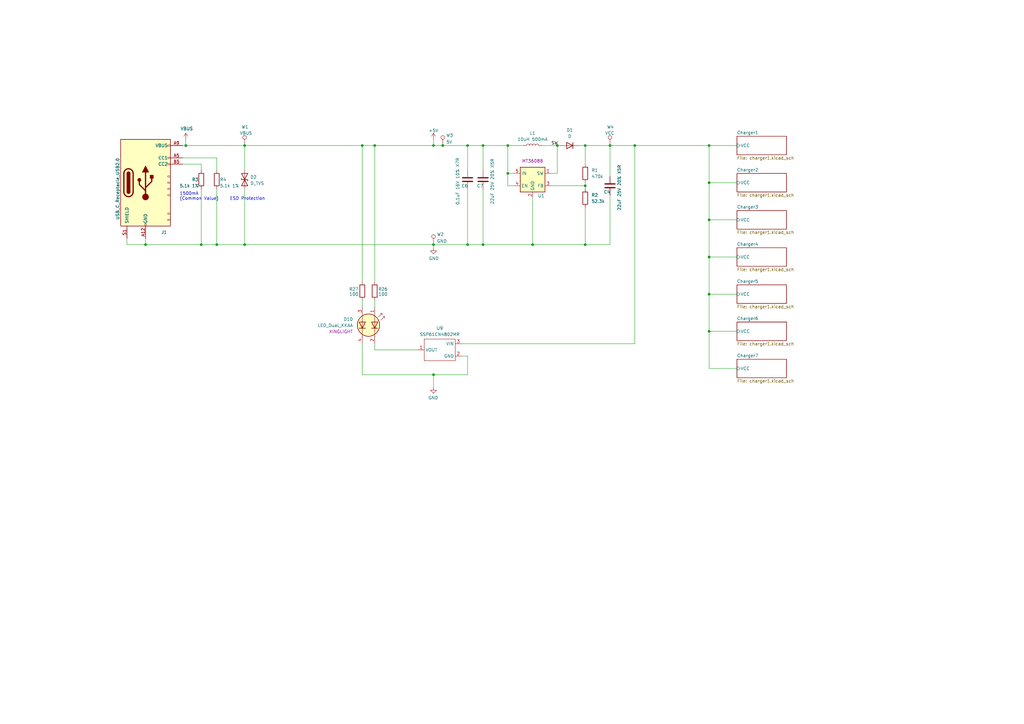
<source format=kicad_sch>
(kicad_sch (version 20250114) (generator "eeschema") (generator_version "9.0")
  (paper "A3")
  (lib_symbols
    (symbol "Device:C" (pin_numbers (hide yes)) (pin_names (offset 0.254))
      (property "Reference" "C" (at 0.635 2.54 0))
      (property "Value" "C" (at 0.635 -2.54 0))
      (symbol "C_0_1"
        (polyline (pts (xy -2.032 0.762) (xy 2.032 0.762)) (stroke (width 0.508)))
        (polyline (pts (xy -2.032 -0.762) (xy 2.032 -0.762)) (stroke (width 0.508)))
      )
      (symbol "C_1_1"
        (pin passive line (at 0 3.81 270) (length 2.794) (name "~") (number "1"))
        (pin passive line (at 0 -3.81 90) (length 2.794) (name "~") (number "2"))
      )
    )
    (symbol "Device:D" (pin_numbers (hide yes)) (pin_names (offset 1.016) (hide yes))
      (property "Reference" "D" (at 0 2.54 0))
      (property "Value" "D" (at 0 -2.54 0))
      (symbol "D_0_1"
        (polyline (pts (xy -1.27 1.27) (xy -1.27 -1.27)) (stroke (width 0.254)))
        (polyline (pts (xy 1.27 1.27) (xy 1.27 -1.27) (xy -1.27 0) (xy 1.27 1.27)) (stroke (width 0.254)))
        (polyline (pts (xy 1.27 0) (xy -1.27 0)))
      )
      (symbol "D_1_1"
        (pin passive line (at -3.81 0 0) (length 2.54) (name "K") (number "1"))
        (pin passive line (at 3.81 0 180) (length 2.54) (name "A") (number "2"))
      )
    )
    (symbol "Device:D_TVS" (pin_numbers (hide yes)) (pin_names (offset 1.016) (hide yes))
      (property "Reference" "D" (at 0 2.54 0))
      (property "Value" "D_TVS" (at 0 -2.54 0))
      (symbol "D_TVS_0_1"
        (polyline (pts (xy -2.54 1.27) (xy -2.54 -1.27) (xy 2.54 1.27) (xy 2.54 -1.27) (xy -2.54 1.27)) (stroke (width 0.254)))
        (polyline (pts (xy 0.508 1.27) (xy 0 1.27) (xy 0 -1.27) (xy -0.508 -1.27)) (stroke (width 0.254)))
        (polyline (pts (xy 1.27 0) (xy -1.27 0)))
      )
      (symbol "D_TVS_1_1"
        (pin passive line (at -3.81 0 0) (length 2.54) (name "A1") (number "1"))
        (pin passive line (at 3.81 0 180) (length 2.54) (name "A2") (number "2"))
      )
    )
    (symbol "Device:L" (pin_numbers (hide yes)) (pin_names (offset 1.016) (hide yes))
      (property "Reference" "L" (at -1.27 0 90))
      (property "Value" "L" (at 1.905 0 90))
      (symbol "L_0_1"
        (arc (start 0 2.54) (mid 0.6323 1.905) (end 0 1.27))
        (arc (start 0 1.27) (mid 0.6323 0.635) (end 0 0))
        (arc (start 0 0) (mid 0.6323 -0.635) (end 0 -1.27))
        (arc (start 0 -1.27) (mid 0.6323 -1.905) (end 0 -2.54))
      )
      (symbol "L_1_1"
        (pin passive line (at 0 3.81 270) (length 1.27) (name "1") (number "1"))
        (pin passive line (at 0 -3.81 90) (length 1.27) (name "2") (number "2"))
      )
    )
    (symbol "Device:R" (pin_numbers (hide yes)) (pin_names (offset 0))
      (property "Reference" "R" (at 2.032 0 90))
      (property "Value" "R" (at 0 0 90))
      (symbol "R_0_1"
        (rectangle (start -1.016 -2.54) (end 1.016 2.54) (stroke (width 0.254)))
      )
      (symbol "R_1_1"
        (pin passive line (at 0 3.81 270) (length 1.27) (name "~") (number "1"))
        (pin passive line (at 0 -3.81 90) (length 1.27) (name "~") (number "2"))
      )
    )
    (symbol "Pixels-dice:LED_Dual_KKAA" (pin_names (offset 0) (hide yes))
      (property "Reference" "D" (at 0 5.715 0))
      (property "Value" "LED_Dual_KKAA" (at 0 -6.35 0))
      (symbol "LED_Dual_KKAA_0_1"
        (polyline (pts (xy -5.08 2.54) (xy 2.032 2.54)))
        (polyline (pts (xy -5.08 -2.54) (xy 2.032 -2.54)))
        (polyline (pts (xy -1.27 3.81) (xy -1.27 1.27)) (stroke (width 0.254)))
        (polyline (pts (xy -1.27 -1.27) (xy -1.27 -3.81)) (stroke (width 0.254)))
        (circle (center 0 0) (radius 4.572) (stroke (width 0.254)) (fill (type background)))
        (polyline (pts (xy 1.27 3.81) (xy 1.27 1.27) (xy -1.27 2.54) (xy 1.27 3.81)) (stroke (width 0.254)))
        (polyline (pts (xy 1.27 -1.27) (xy 1.27 -3.81) (xy -1.27 -2.54) (xy 1.27 -1.27)) (stroke (width 0.254)))
        (polyline (pts (xy 2.032 5.08) (xy 3.556 6.604) (xy 2.794 6.604) (xy 3.556 6.604) (xy 3.556 5.842)))
        (polyline (pts (xy 3.302 4.064) (xy 4.826 5.588) (xy 4.064 5.588) (xy 4.826 5.588) (xy 4.826 4.826)))
        (polyline (pts (xy 3.81 2.54) (xy 1.905 2.54)))
        (polyline (pts (xy 3.81 -2.54) (xy 1.905 -2.54)))
      )
      (symbol "LED_Dual_KKAA_1_1"
        (pin input line (at -7.62 2.54 0) (length 3.048) (name "K1") (number "2"))
        (pin input line (at -7.62 -2.54 0) (length 3.048) (name "K2") (number "4"))
        (pin input line (at 7.62 2.54 180) (length 3.81) (name "A1") (number "1"))
        (pin input line (at 7.62 -2.54 180) (length 3.81) (name "A2") (number "3"))
      )
    )
    (symbol "Pixels-dice:SSP61CN4802MR"
      (property "Reference" "U" (at 0 -5.842 0))
      (property "Value" "SSP61CN4802MR" (at 0 0 0))
      (symbol "SSP61CN4802MR_0_1"
        (rectangle (start -6.35 4.445) (end 6.35 -4.445))
      )
      (symbol "SSP61CN4802MR_1_1"
        (pin power_in line (at -8.89 2.54 0) (length 2.54) (name "VIN") (number "3"))
        (pin power_in line (at -8.89 -2.54 0) (length 2.54) (name "GND") (number "2"))
        (pin output line (at 8.89 0 180) (length 2.54) (name "VOUT") (number "1"))
      )
    )
    (symbol "Pixels-dice:TEST_1P-conn" (pin_numbers (hide yes)) (pin_names (offset 0.762) (hide yes))
      (property "Reference" "W" (at 0 6.858 0))
      (property "Value" "TEST_1P-conn" (at 0 5.08 0))
      (symbol "TEST_1P-conn_0_1"
        (circle (center 0 3.302) (radius 0.762))
      )
      (symbol "TEST_1P-conn_1_1"
        (pin passive line (at 0 0 90) (length 2.54) (name "1") (number "1"))
      )
    )
    (symbol "Pixels-dice:USB_C_Receptacle_USB2.0" (pin_names (offset 1.016))
      (property "Reference" "J" (at -10.16 19.05 0))
      (property "Value" "USB_C_Receptacle_USB2.0" (at 19.05 19.05 0))
      (symbol "USB_C_Receptacle_USB2.0_0_0"
        (rectangle (start -0.254 -17.78) (end 0.254 -16.764))
        (rectangle (start 10.16 15.494) (end 9.144 14.986))
        (rectangle (start 10.16 10.414) (end 9.144 9.906))
        (rectangle (start 10.16 7.874) (end 9.144 7.366))
        (rectangle (start 10.16 2.794) (end 9.144 2.286))
        (rectangle (start 10.16 0.254) (end 9.144 -0.254))
        (rectangle (start 10.16 -2.286) (end 9.144 -2.794))
        (rectangle (start 10.16 -4.826) (end 9.144 -5.334))
        (rectangle (start 10.16 -12.446) (end 9.144 -12.954))
        (rectangle (start 10.16 -14.986) (end 9.144 -15.494))
      )
      (symbol "USB_C_Receptacle_USB2.0_0_1"
        (rectangle (start -10.16 17.78) (end 10.16 -17.78) (stroke (width 0.254)) (fill (type background)))
        (polyline (pts (xy -8.89 -3.81) (xy -8.89 3.81)) (stroke (width 0.508)))
        (rectangle (start -7.62 -3.81) (end -6.35 3.81) (stroke (width 0.254)) (fill (type outline)))
        (arc (start -7.62 3.81) (mid -6.985 4.4422) (end -6.35 3.81) (stroke (width 0.254)))
        (arc (start -7.62 3.81) (mid -6.985 4.4422) (end -6.35 3.81) (stroke (width 0.254)) (fill (type outline)))
        (arc (start -8.89 3.81) (mid -6.985 5.7066) (end -5.08 3.81) (stroke (width 0.508)))
        (arc (start -5.08 -3.81) (mid -6.985 -5.7066) (end -8.89 -3.81) (stroke (width 0.508)))
        (arc (start -6.35 -3.81) (mid -6.985 -4.4422) (end -7.62 -3.81) (stroke (width 0.254)))
        (arc (start -6.35 -3.81) (mid -6.985 -4.4422) (end -7.62 -3.81) (stroke (width 0.254)) (fill (type outline)))
        (polyline (pts (xy -5.08 3.81) (xy -5.08 -3.81)) (stroke (width 0.508)))
        (circle (center -2.54 1.143) (radius 0.635) (stroke (width 0.254)) (fill (type outline)))
        (polyline (pts (xy -1.27 4.318) (xy 0 6.858) (xy 1.27 4.318) (xy -1.27 4.318)) (stroke (width 0.254)) (fill (type outline)))
        (polyline (pts (xy 0 -2.032) (xy 2.54 0.508) (xy 2.54 1.778)) (stroke (width 0.508)))
        (polyline (pts (xy 0 -3.302) (xy -2.54 -0.762) (xy -2.54 0.508)) (stroke (width 0.508)))
        (polyline (pts (xy 0 -5.842) (xy 0 4.318)) (stroke (width 0.508)))
        (circle (center 0 -5.842) (radius 1.27) (fill (type outline)))
        (rectangle (start 1.905 1.778) (end 3.175 3.048) (stroke (width 0.254)) (fill (type outline)))
      )
      (symbol "USB_C_Receptacle_USB2.0_1_1"
        (pin passive line (at -7.62 -22.86 90) (length 5.08) (name "SHIELD") (number "S1"))
        (pin passive line (at 0 -22.86 90) (length 5.08) (name "GND") (number "A12"))
        (pin passive line (at 0 -22.86 90) (length 5.08) (hide yes) (name "GND") (number "B12"))
        (pin passive line (at 15.24 15.24 180) (length 5.08) (name "VBUS") (number "A9"))
        (pin passive line (at 15.24 15.24 180) (length 5.08) (hide yes) (name "VBUS") (number "B9"))
        (pin bidirectional line (at 15.24 10.16 180) (length 5.08) (name "CC1") (number "A5"))
        (pin bidirectional line (at 15.24 7.62 180) (length 5.08) (name "CC2") (number "B5"))
      )
    )
    (symbol "Regulator_Switching:MT3608"
      (property "Reference" "U" (at -2.54 8.89 0))
      (property "Value" "MT3608" (at -3.81 6.35 0))
      (symbol "MT3608_0_1"
        (rectangle (start -5.08 5.08) (end 5.08 -5.08) (stroke (width 0.254)) (fill (type background)))
      )
      (symbol "MT3608_1_1"
        (pin power_in line (at -7.62 2.54 0) (length 2.54) (name "IN") (number "5"))
        (pin input line (at -7.62 -2.54 0) (length 2.54) (name "EN") (number "4"))
        (pin power_in line (at 0 -7.62 90) (length 2.54) (name "GND") (number "2"))
        (pin no_connect line (at 5.08 0 180) (length 2.54) (hide yes) (name "NC") (number "6"))
        (pin passive line (at 7.62 2.54 180) (length 2.54) (name "SW") (number "1"))
        (pin input line (at 7.62 -2.54 180) (length 2.54) (name "FB") (number "3"))
      )
    )
    (symbol "power:+5V" (power) (pin_names (offset 0))
      (property "Value" "+5V" (at 0 3.556 0))
      (symbol "+5V_0_1"
        (polyline (pts (xy -0.762 1.27) (xy 0 2.54)))
        (polyline (pts (xy 0 2.54) (xy 0.762 1.27)))
        (polyline (pts (xy 0 0) (xy 0 2.54)))
      )
      (symbol "+5V_1_1"
        (pin power_in line (at 0 0 90) (length 0) (hide yes) (name "+5V") (number "1"))
      )
    )
    (symbol "power:GND" (power) (pin_names (offset 0))
      (property "Value" "GND" (at 0 -3.81 0))
      (symbol "GND_0_1"
        (polyline (pts (xy 0 0) (xy 0 -1.27) (xy 1.27 -1.27) (xy 0 -2.54) (xy -1.27 -1.27) (xy 0 -1.27)))
      )
      (symbol "GND_1_1"
        (pin power_in line (at 0 0 270) (length 0) (hide yes) (name "GND") (number "1"))
      )
    )
    (symbol "power:VBUS" (power) (pin_names (offset 0))
      (property "Value" "VBUS" (at 0 3.81 0))
      (symbol "VBUS_0_1"
        (polyline (pts (xy -0.762 1.27) (xy 0 2.54)))
        (polyline (pts (xy 0 2.54) (xy 0.762 1.27)))
        (polyline (pts (xy 0 0) (xy 0 2.54)))
      )
      (symbol "VBUS_1_1"
        (pin power_in line (at 0 0 90) (length 0) (hide yes) (name "VBUS") (number "1"))
      )
    )
  )
  (text "1500mA\n(Common Value)" (at 73.66 82.296 0) (effects (font (size 1.27 1.27)) (justify left bottom)))
  (text "ESD Protection" (at 94.234 82.296 0) (effects (font (size 1.27 1.27)) (justify left bottom)))
  (junction (at 290.83 59.69))
  (junction (at 100.33 59.69))
  (junction (at 177.8 153.67))
  (junction (at 290.83 135.89))
  (junction (at 82.55 100.33))
  (junction (at 88.9 100.33))
  (junction (at 290.83 74.93))
  (junction (at 228.6 59.69))
  (junction (at 260.35 59.69))
  (junction (at 290.83 90.17))
  (junction (at 240.03 59.69))
  (junction (at 290.83 105.41))
  (junction (at 153.67 59.69))
  (junction (at 148.59 59.69))
  (junction (at 240.03 100.33))
  (junction (at 181.61 59.69))
  (junction (at 100.33 100.33))
  (junction (at 76.2 59.69))
  (junction (at 208.28 71.12))
  (junction (at 290.83 120.65))
  (junction (at 208.28 59.69))
  (junction (at 177.8 59.69))
  (junction (at 198.12 100.33))
  (junction (at 191.77 100.33))
  (junction (at 240.03 76.2))
  (junction (at 218.44 100.33))
  (junction (at 191.77 59.69))
  (junction (at 198.12 59.69))
  (junction (at 177.8 100.33))
  (junction (at 250.19 59.69))
  (junction (at 59.69 100.33))
  (wire (pts (xy 88.9 100.33) (xy 100.33 100.33)))
  (wire (pts (xy 191.77 77.47) (xy 191.77 100.33)))
  (wire (pts (xy 226.06 71.12) (xy 228.6 71.12)))
  (wire (pts (xy 228.6 59.69) (xy 229.87 59.69)))
  (wire (pts (xy 260.35 59.69) (xy 260.35 140.97)))
  (wire (pts (xy 208.28 59.69) (xy 208.28 71.12)))
  (wire (pts (xy 153.67 143.51) (xy 171.45 143.51)))
  (wire (pts (xy 290.83 90.17) (xy 302.26 90.17)))
  (wire (pts (xy 153.67 140.97) (xy 153.67 143.51)))
  (wire (pts (xy 240.03 59.69) (xy 250.19 59.69)))
  (wire (pts (xy 290.83 74.93) (xy 290.83 90.17)))
  (wire (pts (xy 210.82 76.2) (xy 208.28 76.2)))
  (wire (pts (xy 76.2 57.15) (xy 76.2 59.69)))
  (wire (pts (xy 148.59 140.97) (xy 148.59 153.67)))
  (wire (pts (xy 237.49 59.69) (xy 240.03 59.69)))
  (wire (pts (xy 59.69 97.79) (xy 59.69 100.33)))
  (wire (pts (xy 226.06 76.2) (xy 240.03 76.2)))
  (wire (pts (xy 290.83 135.89) (xy 302.26 135.89)))
  (wire (pts (xy 191.77 69.85) (xy 191.77 59.69)))
  (wire (pts (xy 88.9 77.47) (xy 88.9 100.33)))
  (wire (pts (xy 177.8 153.67) (xy 148.59 153.67)))
  (wire (pts (xy 290.83 90.17) (xy 290.83 105.41)))
  (wire (pts (xy 52.07 97.79) (xy 52.07 100.33)))
  (wire (pts (xy 198.12 59.69) (xy 208.28 59.69)))
  (wire (pts (xy 214.63 59.69) (xy 208.28 59.69)))
  (wire (pts (xy 222.25 59.69) (xy 228.6 59.69)))
  (wire (pts (xy 208.28 71.12) (xy 210.82 71.12)))
  (wire (pts (xy 228.6 71.12) (xy 228.6 59.69)))
  (wire (pts (xy 198.12 77.47) (xy 198.12 100.33)))
  (wire (pts (xy 88.9 64.77) (xy 88.9 69.85)))
  (wire (pts (xy 290.83 151.13) (xy 302.26 151.13)))
  (wire (pts (xy 290.83 59.69) (xy 290.83 74.93)))
  (wire (pts (xy 250.19 59.69) (xy 250.19 72.39)))
  (wire (pts (xy 260.35 59.69) (xy 290.83 59.69)))
  (wire (pts (xy 148.59 59.69) (xy 153.67 59.69)))
  (wire (pts (xy 198.12 100.33) (xy 218.44 100.33)))
  (wire (pts (xy 189.23 146.05) (xy 191.77 146.05)))
  (wire (pts (xy 191.77 59.69) (xy 198.12 59.69)))
  (wire (pts (xy 181.61 59.69) (xy 191.77 59.69)))
  (wire (pts (xy 290.83 120.65) (xy 290.83 135.89)))
  (wire (pts (xy 250.19 100.33) (xy 250.19 80.01)))
  (wire (pts (xy 240.03 100.33) (xy 250.19 100.33)))
  (wire (pts (xy 100.33 100.33) (xy 177.8 100.33)))
  (wire (pts (xy 191.77 153.67) (xy 177.8 153.67)))
  (wire (pts (xy 290.83 105.41) (xy 290.83 120.65)))
  (wire (pts (xy 240.03 100.33) (xy 240.03 85.09)))
  (wire (pts (xy 290.83 74.93) (xy 302.26 74.93)))
  (wire (pts (xy 74.93 59.69) (xy 76.2 59.69)))
  (wire (pts (xy 191.77 146.05) (xy 191.77 153.67)))
  (wire (pts (xy 74.93 64.77) (xy 88.9 64.77)))
  (wire (pts (xy 198.12 59.69) (xy 198.12 69.85)))
  (wire (pts (xy 82.55 67.31) (xy 82.55 69.85)))
  (wire (pts (xy 153.67 59.69) (xy 153.67 115.57)))
  (wire (pts (xy 59.69 100.33) (xy 82.55 100.33)))
  (wire (pts (xy 153.67 59.69) (xy 177.8 59.69)))
  (wire (pts (xy 290.83 120.65) (xy 302.26 120.65)))
  (wire (pts (xy 82.55 100.33) (xy 88.9 100.33)))
  (wire (pts (xy 52.07 100.33) (xy 59.69 100.33)))
  (wire (pts (xy 240.03 76.2) (xy 240.03 77.47)))
  (wire (pts (xy 82.55 77.47) (xy 82.55 100.33)))
  (wire (pts (xy 100.33 59.69) (xy 148.59 59.69)))
  (wire (pts (xy 218.44 100.33) (xy 240.03 100.33)))
  (wire (pts (xy 290.83 59.69) (xy 302.26 59.69)))
  (wire (pts (xy 177.8 100.33) (xy 177.8 101.6)))
  (wire (pts (xy 177.8 57.15) (xy 177.8 59.69)))
  (wire (pts (xy 76.2 59.69) (xy 100.33 59.69)))
  (wire (pts (xy 74.93 67.31) (xy 82.55 67.31)))
  (wire (pts (xy 177.8 158.75) (xy 177.8 153.67)))
  (wire (pts (xy 208.28 76.2) (xy 208.28 71.12)))
  (wire (pts (xy 290.83 105.41) (xy 302.26 105.41)))
  (wire (pts (xy 153.67 123.19) (xy 153.67 125.73)))
  (wire (pts (xy 250.19 59.69) (xy 260.35 59.69)))
  (wire (pts (xy 177.8 100.33) (xy 191.77 100.33)))
  (wire (pts (xy 240.03 76.2) (xy 240.03 74.93)))
  (wire (pts (xy 148.59 123.19) (xy 148.59 125.73)))
  (wire (pts (xy 189.23 140.97) (xy 260.35 140.97)))
  (wire (pts (xy 177.8 59.69) (xy 181.61 59.69)))
  (wire (pts (xy 290.83 135.89) (xy 290.83 151.13)))
  (wire (pts (xy 218.44 100.33) (xy 218.44 81.28)))
  (wire (pts (xy 100.33 77.47) (xy 100.33 100.33)))
  (wire (pts (xy 148.59 59.69) (xy 148.59 115.57)))
  (wire (pts (xy 100.33 59.69) (xy 100.33 69.85)))
  (wire (pts (xy 191.77 100.33) (xy 198.12 100.33)))
  (wire (pts (xy 240.03 59.69) (xy 240.03 67.31)))
  (label "SW" (at 226.06 59.69 0))
  (symbol (lib_id "Device:R") (at 88.9 73.66 180) (unit 1)
    (property "Reference" "R4" (at 90.17 73.66 0) (effects (justify right)))
    (property "Value" "5.1k 1%" (at 90.17 76.2 0) (effects (justify right)))
    (property "Footprint" "Resistor_SMD:R_0402_1005Metric" (effects (hide yes)))
    (property "Part Number" "0402WGF5101TCE" (effects (hide yes)))
    (property "Manufacturer" "UNI-ROYAL(Uniroyal Elec)" (effects (hide yes)))
    (property "Pixels Part Number" "SMD-R101" (effects (hide yes)))
    (property "LCSC Part #" "C25905" (effects (hide yes)))
  )
  (symbol (lib_id "Pixels-dice:TEST_1P-conn") (at 250.19 59.69 0) (unit 1)
    (property "Reference" "W4" (at 248.92 52.07 0) (effects (justify left)))
    (property "Value" "VCC" (at 248.158 54.61 0) (effects (justify left)))
    (property "Footprint" "Pixels-dice:TestPoint_1.5x1.5_Drill0.9mm" (effects (hide yes)))
  )
  (symbol (lib_id "Pixels-dice:TEST_1P-conn") (at 181.61 59.69 0) (unit 1)
    (property "Reference" "W3" (at 183.007 55.4795 0) (effects (justify left)))
    (property "Value" "5V" (at 183.007 58.2546 0) (effects (justify left)))
    (property "Footprint" "Pixels-dice:TestPoint_1.5x1.5_Drill0.9mm" (effects (hide yes)))
  )
  (symbol (lib_id "Device:L") (at 218.44 59.69 90) (unit 1)
    (property "Reference" "L1" (at 218.44 54.61 90))
    (property "Value" "10uH 500mA" (at 218.44 57.15 90))
    (property "Footprint" "Inductor_SMD:L_Wuerth_HCM-7050" (effects (hide yes)))
    (property "Description" "Inductor" (effects (hide yes)))
    (property "Manufacturer" "Ruishen" (effects (hide yes)))
    (property "Part Number" "RS0650-100MS" (effects (hide yes)))
    (property "Alternate Part Number" "YT0650H-100M" (effects (hide yes)))
    (property "LCSC Part #" "C32712977" (effects (hide yes)))
  )
  (symbol (lib_id "Regulator_Switching:MT3608") (at 218.44 73.66 0) (unit 1)
    (property "Reference" "U1" (at 221.996 80.264 0))
    (property "Value" "MT3608B" (effects (hide yes)))
    (property "Footprint" "Package_TO_SOT_SMD:SOT-23-6" (effects (hide yes)))
    (property "Datasheet" "https://www.olimex.com/Products/Breadboarding/BB-PWR-3608/resources/MT3608.pdf" (effects (hide yes)))
    (property "Description" "High Efficiency 1.2MHz 2A Step Up Converter, 2-24V Vin, 28V Vout, 4A current limit, 1.2MHz, SOT23-6" (effects (hide yes)))
    (property "Manufacturer" "XI'AN Aerosemi Tech" (effects (hide yes)))
    (property "Part Number" "MT3608B" (at 218.44 66.04 0))
    (property "LCSC Part #" "C19189893" (effects (hide yes)))
  )
  (symbol (lib_id "Device:R") (at 240.03 71.12 0) (unit 1)
    (property "Reference" "R1" (at 242.57 69.8499 0) (effects (justify left)))
    (property "Value" "470k" (at 242.57 72.3899 0) (effects (justify left)))
    (property "Footprint" "Resistor_SMD:R_0402_1005Metric" (effects (hide yes)))
    (property "Description" "Resistor" (effects (hide yes)))
    (property "Manufacturer" "UNI-ROYAL(Uniroyal Elec)" (effects (hide yes)))
    (property "Part Number" "0402WGF4703TCE" (effects (hide yes)))
    (property "LCSC Part #" "C25790" (effects (hide yes)))
  )
  (symbol (lib_id "Pixels-dice:TEST_1P-conn") (at 177.8 100.33 0) (unit 1)
    (property "Reference" "W2" (at 179.197 96.1195 0) (effects (justify left)))
    (property "Value" "GND" (at 179.197 98.8946 0) (effects (justify left)))
    (property "Footprint" "Pixels-dice:TestPoint_1.5x1.5_Drill0.9mm" (effects (hide yes)))
  )
  (symbol (lib_id "Device:D_TVS") (at 100.33 73.66 270) (unit 1)
    (property "Reference" "D2" (at 102.616 72.644 90) (effects (justify left)))
    (property "Value" "D_TVS" (at 102.616 75.184 90) (effects (justify left)))
    (property "Footprint" "Pixels-dice:DFN" (effects (hide yes)))
    (property "Manufacturer" "Murata" (effects (hide yes)))
    (property "Part Number" "LXES1UTAA1-157" (effects (hide yes)))
    (property "Alternate Manufacturer" "Cnnpchip品牌 " (effects (hide yes)))
    (property "Alternate Part Number" "LXES1UTAA1-157" (effects (hide yes)))
    (property "LCSC Part #" "C5210979" (effects (hide yes)))
  )
  (symbol (lib_id "Pixels-dice:USB_C_Receptacle_USB2.0") (at 59.69 74.93 0) (unit 1)
    (property "Reference" "J1" (at 67.31 95.25 0))
    (property "Value" "USB_C_Receptacle_USB2.0" (at 48.26 77.47 90))
    (property "Footprint" "Pixels-dice:USB-C-SMD_10P-P1.00-L6.8-W8.9" (effects (hide yes)))
    (property "Datasheet" "https://www.usb.org/sites/default/files/documents/usb_type-c.zip" (effects (hide yes)))
    (property "Part Number" "TYPE-C-31-M-17" (effects (hide yes)))
    (property "Manufacturer" "Korean Hroparts Elec" (effects (hide yes)))
    (property "Pixels Part Number" "SMD-J108" (effects (hide yes)))
    (property "Alternate Manufacturer" "Yusheng" (effects (hide yes)))
    (property "Alternate Part Number" "A-TPCB0602-00RB" (effects (hide yes)))
    (property "LCSC Part #" "C283540" (effects (hide yes)))
  )
  (symbol (lib_id "power:GND") (at 177.8 101.6 0) (unit 1)
    (property "Reference" "#PWR03" (effects (hide yes)))
    (property "Value" "GND" (at 177.927 105.9942 0))
  )
  (symbol (lib_id "Device:R") (at 240.03 81.28 0) (unit 1)
    (property "Reference" "R2" (at 242.57 80.0099 0) (effects (justify left)))
    (property "Value" "52.3k" (at 242.57 82.5499 0) (effects (justify left)))
    (property "Footprint" "Resistor_SMD:R_0402_1005Metric" (effects (hide yes)))
    (property "Description" "Resistor" (effects (hide yes)))
    (property "Manufacturer" "UNI-ROYAL(Uniroyal Elec)" (effects (hide yes)))
    (property "Part Number" "0402WGF5232TCE" (effects (hide yes)))
    (property "LCSC Part #" "C26982" (effects (hide yes)))
  )
  (symbol (lib_id "Pixels-dice:SSP61CN4802MR") (at 180.34 143.51 0) (mirror y) (unit 1)
    (property "Reference" "U9" (at 180.34 134.62 0))
    (property "Value" "SSP61CN4802MR" (at 180.34 137.16 0))
    (property "Footprint" "Package_TO_SOT_SMD:SOT-23" (effects (hide yes)))
    (property "Manufacturer" "UMW(Youtai Semiconductor Co., Ltd.)" (effects (hide yes)))
    (property "Part Number" "HT7050S" (effects (hide yes)))
    (property "LCSC Part #" "C2842953" (effects (hide yes)))
  )
  (symbol (lib_id "power:+5V") (at 177.8 57.15 0) (unit 1)
    (property "Reference" "#PWR02" (effects (hide yes)))
    (property "Value" "+5V" (at 177.8 53.5455 0))
  )
  (symbol (lib_id "Device:C") (at 250.19 76.2 0) (unit 1)
    (property "Reference" "C4" (at 247.65 78.74 0) (effects (justify left)))
    (property "Value" "22uF 25V 20% X5R" (at 254 86.36 90) (effects (justify left)))
    (property "Footprint" "Capacitor_SMD:C_0805_2012Metric" (effects (hide yes)))
    (property "Part Number" "GRM21BR61E226ME44L" (effects (hide yes)))
    (property "Manufacturer" "Murata" (effects (hide yes)))
    (property "LCSC Part #" "C86816" (effects (hide yes)))
  )
  (symbol (lib_id "Device:C") (at 198.12 73.66 0) (unit 1)
    (property "Reference" "C7" (at 195.58 76.2 0) (effects (justify left)))
    (property "Value" "22uF 25V 20% X5R" (at 201.93 83.82 90) (effects (justify left)))
    (property "Footprint" "Capacitor_SMD:C_0805_2012Metric" (effects (hide yes)))
    (property "Part Number" "GRM21BR61E226ME44L" (effects (hide yes)))
    (property "Manufacturer" "Murata" (effects (hide yes)))
    (property "LCSC Part #" "C86816" (effects (hide yes)))
  )
  (symbol (lib_id "Pixels-dice:TEST_1P-conn") (at 100.33 59.69 0) (unit 1)
    (property "Reference" "W1" (at 99.06 52.07 0) (effects (justify left)))
    (property "Value" "VBUS" (at 98.298 54.61 0) (effects (justify left)))
    (property "Footprint" "Pixels-dice:TestPoint_1.5x1.5_Drill0.9mm" (effects (hide yes)))
  )
  (symbol (lib_id "Device:C") (at 191.77 73.66 0) (unit 1)
    (property "Reference" "C6" (at 189.23 76.2 0) (effects (justify left)))
    (property "Value" "0.1uF 16V 10% X7R" (at 187.706 84.074 90) (effects (justify left)))
    (property "Footprint" "Capacitor_SMD:C_0603_1608Metric" (effects (hide yes)))
    (property "Part Number" "CL10B104KO8NNNC" (effects (hide yes)))
    (property "Manufacturer" "Samsung Electro-Mechanics" (effects (hide yes)))
    (property "LCSC Part #" "C66501" (effects (hide yes)))
  )
  (symbol (lib_id "Pixels-dice:LED_Dual_KKAA") (at 151.13 133.35 270) (mirror x) (unit 1)
    (property "Reference" "D10" (at 144.78 130.9369 90) (effects (justify right)))
    (property "Value" "LED_Dual_KKAA" (at 144.78 133.4769 90) (effects (justify right)))
    (property "Footprint" "Pixels-dice:XL-3210SURUGC" (effects (hide yes)))
    (property "Description" "Dual LED, cathodes on pins 1 and 3" (effects (hide yes)))
    (property "Manufacturer" "XINGLIGHT" (at 144.78 136.0169 90) (effects (justify right)))
    (property "Part Number" "XL-3210SURUGC" (effects (hide yes)))
    (property "LCSC Part #" "C965883" (effects (hide yes)))
  )
  (symbol (lib_id "Device:R") (at 148.59 119.38 0) (mirror x) (unit 1)
    (property "Reference" "R27" (at 147.066 118.618 0) (effects (justify right)))
    (property "Value" "100" (at 147.066 120.65 0) (effects (justify right)))
    (property "Footprint" "Resistor_SMD:R_0402_1005Metric" (effects (hide yes)))
    (property "Part Number" "0402WGF1000TCE" (effects (hide yes)))
    (property "Manufacturer" "UNI-ROYAL(Uniroyal Elec)" (effects (hide yes)))
    (property "LCSC Part #" "C25076" (effects (hide yes)))
  )
  (symbol (lib_id "Device:R") (at 82.55 73.66 180) (unit 1)
    (property "Reference" "R3" (at 78.74 73.66 0) (effects (justify right)))
    (property "Value" "5.1k 1%" (at 73.66 76.2 0) (effects (justify right)))
    (property "Footprint" "Resistor_SMD:R_0402_1005Metric" (effects (hide yes)))
    (property "Part Number" "0402WGF5101TCE" (effects (hide yes)))
    (property "Manufacturer" "UNI-ROYAL(Uniroyal Elec)" (effects (hide yes)))
    (property "Pixels Part Number" "SMD-R101" (effects (hide yes)))
    (property "LCSC Part #" "C25905" (effects (hide yes)))
  )
  (symbol (lib_id "Device:R") (at 153.67 119.38 0) (mirror x) (unit 1)
    (property "Reference" "R26" (at 159.004 118.618 0) (effects (justify right)))
    (property "Value" "100" (at 159.004 120.65 0) (effects (justify right)))
    (property "Footprint" "Resistor_SMD:R_0402_1005Metric" (effects (hide yes)))
    (property "Part Number" "0402WGF1000TCE" (effects (hide yes)))
    (property "Manufacturer" "UNI-ROYAL(Uniroyal Elec)" (effects (hide yes)))
    (property "LCSC Part #" "C25076" (effects (hide yes)))
  )
  (symbol (lib_id "Device:D") (at 233.68 59.69 180) (unit 1)
    (property "Reference" "D1" (at 233.68 53.34 0))
    (property "Value" "D" (at 233.68 55.88 0))
    (property "Footprint" "Pixels-dice:SMAF" (effects (hide yes)))
    (property "Description" "Diode" (effects (hide yes)))
    (property "Sim.Device" "D" (effects (hide yes)))
    (property "Sim.Pins" "1=K 2=A" (effects (hide yes)))
    (property "Manufacturer" "GOODWORK" (effects (hide yes)))
    (property "Part Number" "SS54F" (effects (hide yes)))
    (property "Alternate Manufacturer" "HOTECH品牌 " (effects (hide yes)))
    (property "Alternate Part Number" "SS54F" (effects (hide yes)))
    (property "LCSC Part #" "C908671" (effects (hide yes)))
  )
  (symbol (lib_id "power:GND") (at 177.8 158.75 0) (mirror y) (unit 1)
    (property "Reference" "#PWR04" (effects (hide yes)))
    (property "Value" "GND" (at 177.673 163.1442 0))
  )
  (symbol (lib_id "power:VBUS") (at 76.2 57.15 0) (unit 1)
    (property "Reference" "#PWR01" (effects (hide yes)))
    (property "Value" "VBUS" (at 76.581 52.7558 0))
  )
  (sheet (at 302.26 86.36) (size 20.32 7.62) (stroke (width 0.1524))
    (property "Sheetname" "Charger3" (at 302.26 85.6484 0) (effects (justify left bottom)))
    (property "Sheetfile" "charger1.kicad_sch" (at 302.26 94.5646 0) (effects (justify left top)))
    (pin "VCC" input (at 302.26 90.17 180))
  )
  (sheet (at 302.26 147.32) (size 20.32 7.62) (stroke (width 0.1524))
    (property "Sheetname" "Charger7" (at 302.26 146.6084 0) (effects (justify left bottom)))
    (property "Sheetfile" "charger1.kicad_sch" (at 302.26 155.5246 0) (effects (justify left top)))
    (pin "VCC" input (at 302.26 151.13 180))
  )
  (sheet (at 302.26 132.08) (size 20.32 7.62) (stroke (width 0.1524))
    (property "Sheetname" "Charger6" (at 302.26 131.3684 0) (effects (justify left bottom)))
    (property "Sheetfile" "charger1.kicad_sch" (at 302.26 140.2846 0) (effects (justify left top)))
    (pin "VCC" input (at 302.26 135.89 180))
  )
  (sheet (at 302.26 55.88) (size 20.32 7.62) (stroke (width 0.1524))
    (property "Sheetname" "Charger1" (at 302.26 55.1684 0) (effects (justify left bottom)))
    (property "Sheetfile" "charger1.kicad_sch" (at 302.26 64.0846 0) (effects (justify left top)))
    (pin "VCC" input (at 302.26 59.69 180))
  )
  (sheet (at 302.26 101.6) (size 20.32 7.62) (stroke (width 0.1524))
    (property "Sheetname" "Charger4" (at 302.26 100.8884 0) (effects (justify left bottom)))
    (property "Sheetfile" "charger1.kicad_sch" (at 302.26 109.8046 0) (effects (justify left top)))
    (pin "VCC" input (at 302.26 105.41 180))
  )
  (sheet (at 302.26 71.12) (size 20.32 7.62) (stroke (width 0.1524))
    (property "Sheetname" "Charger2" (at 302.26 70.4084 0) (effects (justify left bottom)))
    (property "Sheetfile" "charger1.kicad_sch" (at 302.26 79.3246 0) (effects (justify left top)))
    (pin "VCC" input (at 302.26 74.93 180))
  )
  (sheet (at 302.26 116.84) (size 20.32 7.62) (stroke (width 0.1524))
    (property "Sheetname" "Charger5" (at 302.26 116.1284 0) (effects (justify left bottom)))
    (property "Sheetfile" "charger1.kicad_sch" (at 302.26 125.0446 0) (effects (justify left top)))
    (pin "VCC" input (at 302.26 120.65 180))
  )
)
</source>
